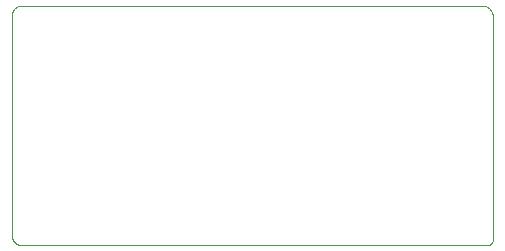
<source format=gko>
G75*
%MOIN*%
%OFA0B0*%
%FSLAX25Y25*%
%IPPOS*%
%LPD*%
%AMOC8*
5,1,8,0,0,1.08239X$1,22.5*
%
%ADD10C,0.00000*%
D10*
X0004400Y0001400D02*
X0159900Y0001400D01*
X0159981Y0001402D01*
X0160061Y0001407D01*
X0160142Y0001417D01*
X0160222Y0001430D01*
X0160301Y0001446D01*
X0160379Y0001467D01*
X0160456Y0001491D01*
X0160532Y0001518D01*
X0160607Y0001549D01*
X0160680Y0001583D01*
X0160752Y0001621D01*
X0160821Y0001662D01*
X0160889Y0001706D01*
X0160955Y0001753D01*
X0161018Y0001804D01*
X0161079Y0001857D01*
X0161137Y0001913D01*
X0161193Y0001971D01*
X0161246Y0002032D01*
X0161297Y0002095D01*
X0161344Y0002161D01*
X0161388Y0002229D01*
X0161429Y0002298D01*
X0161467Y0002370D01*
X0161501Y0002443D01*
X0161532Y0002518D01*
X0161559Y0002594D01*
X0161583Y0002671D01*
X0161604Y0002749D01*
X0161620Y0002828D01*
X0161633Y0002908D01*
X0161643Y0002989D01*
X0161648Y0003069D01*
X0161650Y0003150D01*
X0161650Y0076900D01*
X0161668Y0077019D01*
X0161683Y0077138D01*
X0161693Y0077258D01*
X0161700Y0077379D01*
X0161703Y0077499D01*
X0161702Y0077619D01*
X0161697Y0077739D01*
X0161688Y0077859D01*
X0161675Y0077979D01*
X0161658Y0078098D01*
X0161637Y0078217D01*
X0161613Y0078335D01*
X0161584Y0078452D01*
X0161552Y0078568D01*
X0161516Y0078682D01*
X0161476Y0078796D01*
X0161433Y0078908D01*
X0161386Y0079019D01*
X0161335Y0079128D01*
X0161281Y0079236D01*
X0161223Y0079341D01*
X0161162Y0079445D01*
X0161098Y0079547D01*
X0161030Y0079646D01*
X0160959Y0079743D01*
X0160885Y0079838D01*
X0160807Y0079930D01*
X0160727Y0080020D01*
X0160644Y0080107D01*
X0160558Y0080191D01*
X0160470Y0080273D01*
X0160378Y0080351D01*
X0160285Y0080427D01*
X0160189Y0080499D01*
X0160090Y0080569D01*
X0159989Y0080634D01*
X0159887Y0080697D01*
X0159782Y0080756D01*
X0159675Y0080812D01*
X0159567Y0080864D01*
X0159457Y0080913D01*
X0159345Y0080958D01*
X0159232Y0080999D01*
X0159118Y0081037D01*
X0159002Y0081071D01*
X0158886Y0081101D01*
X0158768Y0081127D01*
X0158650Y0081150D01*
X0004400Y0081150D01*
X0004293Y0081148D01*
X0004186Y0081142D01*
X0004079Y0081133D01*
X0003973Y0081119D01*
X0003867Y0081102D01*
X0003762Y0081081D01*
X0003658Y0081057D01*
X0003555Y0081028D01*
X0003453Y0080996D01*
X0003352Y0080961D01*
X0003252Y0080922D01*
X0003154Y0080879D01*
X0003057Y0080833D01*
X0002962Y0080783D01*
X0002869Y0080730D01*
X0002778Y0080674D01*
X0002689Y0080614D01*
X0002602Y0080552D01*
X0002518Y0080486D01*
X0002435Y0080417D01*
X0002356Y0080346D01*
X0002279Y0080271D01*
X0002204Y0080194D01*
X0002133Y0080115D01*
X0002064Y0080032D01*
X0001998Y0079948D01*
X0001936Y0079861D01*
X0001876Y0079772D01*
X0001820Y0079681D01*
X0001767Y0079588D01*
X0001717Y0079493D01*
X0001671Y0079396D01*
X0001628Y0079298D01*
X0001589Y0079198D01*
X0001554Y0079097D01*
X0001522Y0078995D01*
X0001493Y0078892D01*
X0001469Y0078788D01*
X0001448Y0078683D01*
X0001431Y0078577D01*
X0001417Y0078471D01*
X0001408Y0078364D01*
X0001402Y0078257D01*
X0001400Y0078150D01*
X0001400Y0004400D01*
X0001402Y0004293D01*
X0001408Y0004186D01*
X0001417Y0004079D01*
X0001431Y0003973D01*
X0001448Y0003867D01*
X0001469Y0003762D01*
X0001493Y0003658D01*
X0001522Y0003555D01*
X0001554Y0003453D01*
X0001589Y0003352D01*
X0001628Y0003252D01*
X0001671Y0003154D01*
X0001717Y0003057D01*
X0001767Y0002962D01*
X0001820Y0002869D01*
X0001876Y0002778D01*
X0001936Y0002689D01*
X0001998Y0002602D01*
X0002064Y0002518D01*
X0002133Y0002435D01*
X0002204Y0002356D01*
X0002279Y0002279D01*
X0002356Y0002204D01*
X0002435Y0002133D01*
X0002518Y0002064D01*
X0002602Y0001998D01*
X0002689Y0001936D01*
X0002778Y0001876D01*
X0002869Y0001820D01*
X0002962Y0001767D01*
X0003057Y0001717D01*
X0003154Y0001671D01*
X0003252Y0001628D01*
X0003352Y0001589D01*
X0003453Y0001554D01*
X0003555Y0001522D01*
X0003658Y0001493D01*
X0003762Y0001469D01*
X0003867Y0001448D01*
X0003973Y0001431D01*
X0004079Y0001417D01*
X0004186Y0001408D01*
X0004293Y0001402D01*
X0004400Y0001400D01*
M02*

</source>
